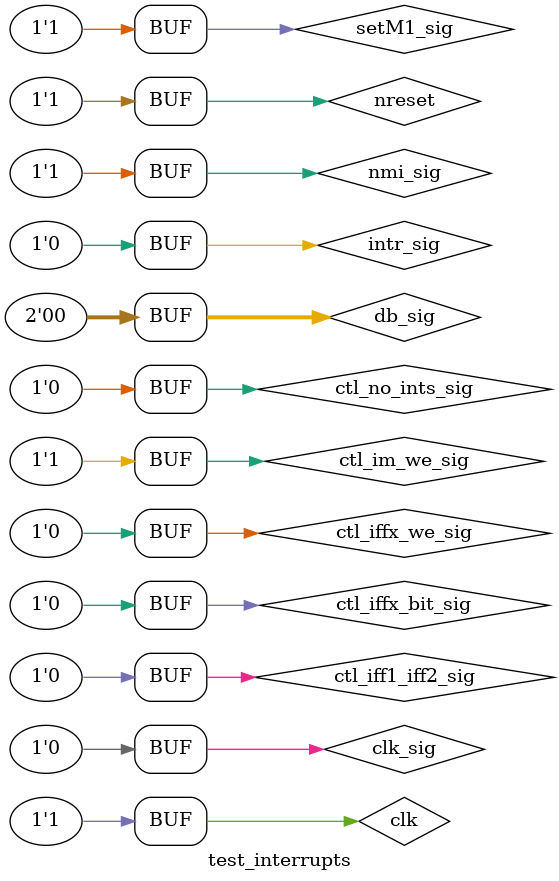
<source format=sv>
`timescale 100 ns/ 100 ns

module test_interrupts;

// ----------------- CLOCKS AND RESET -----------------
// Define one full T-clock cycle delay
`define T #2
bit clk = 1;
initial repeat (20) #1 clk = ~clk;

logic nreset = 0;

// ----------------- CONTROL ----------------
logic ctl_iff1_iff2_sig=0;
logic ctl_iffx_we_sig=0;
logic ctl_iffx_bit_sig=0;
logic nmi_sig=0;
logic setM1_sig=0;
logic intr_sig=0;
logic ctl_im_we_sig=0;
logic [1:0] db_sig=0;
logic clk_sig=0;
logic ctl_no_ints_sig=0;

// ----------------- STATES ----------------
wire iff1_sig;
wire iff2_sig;
wire im1_sig;
wire im2_sig;
wire in_nmi_sig;
wire in_intr_sig;

// ----------------- TEST -------------------
initial begin
    // Init / reset
    `T  nreset = 1;
        // Test interrupt modes
        db_sig = 2'b10;             // IM1
        ctl_im_we_sig = 1;
    `T  assert(im1_sig==1 && im2_sig==0);
        db_sig = 2'b11;             // IM2
    `T  assert(im1_sig==0 && im2_sig==1);
        db_sig = 2'b00;             // IM0
    `T  assert(im1_sig==0 && im2_sig==0);

        // Test IFF state flags
        assert(iff1_sig==0 && iff2_sig==0);
        ctl_iff1_iff2_sig = 1;
        ctl_iffx_we_sig = 1;
        ctl_iffx_bit_sig = 1;
    `T  assert(iff1_sig==0 && iff2_sig==1);
    `T  assert(iff1_sig==1 && iff2_sig==1);
        ctl_iff1_iff2_sig = 0;
        ctl_iffx_we_sig = 0;
        ctl_iffx_bit_sig = 0;

        // Simulate NMI triggering
        nmi_sig = 1;
    `T  setM1_sig = 1;
    `T  assert(iff1_sig==0 && iff2_sig==1);

    `T  $display("End of test");
end

//--------------------------------------------------------------
// Instantiate interrupts
//--------------------------------------------------------------

interrupts interrupts_inst
(
    .ctl_iff1_iff2(ctl_iff1_iff2_sig) , // input  ctl_iff1_iff2_sig
    .nmi(nmi_sig) ,                     // input  nmi_sig
    .setM1(setM1_sig) ,                 // input  setM1_sig
    .intr(intr_sig) ,                   // input  intr_sig
    .ctl_iffx_we(ctl_iffx_we_sig) ,     // input  ctl_iffx_we_sig
    .ctl_iffx_bit(ctl_iffx_bit_sig) ,   // input  ctl_iffx_bit_sig
    .ctl_im_we(ctl_im_we_sig) ,         // input  ctl_im_we_sig
    .db(db_sig) ,                       // input [1:0] db_sig
    .clk(clk) ,                         // input  clk
    .ctl_no_ints(ctl_no_ints_sig) ,     // input  ctl_no_ints_sig
    .nreset(nreset) ,                   // input  nreset
    .iff1(iff1_sig) ,                   // output  iff1_sig
    .iff2(iff2_sig) ,                   // output  iff2_sig
    .im1(im1_sig) ,                     // output  im1_sig
    .im2(im2_sig) ,                     // output  im2_sig
    .in_nmi(in_nmi_sig) ,               // output  in_nmi_sig
    .in_intr(in_intr_sig)               // output  in_intr_sig
);

endmodule

</source>
